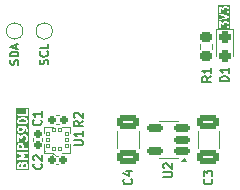
<source format=gbr>
%TF.GenerationSoftware,KiCad,Pcbnew,9.0.0*%
%TF.CreationDate,2025-05-22T16:19:39+04:00*%
%TF.ProjectId,02_04_sensor_barometer_BMP390L,30325f30-345f-4736-956e-736f725f6261,rev?*%
%TF.SameCoordinates,Original*%
%TF.FileFunction,Legend,Top*%
%TF.FilePolarity,Positive*%
%FSLAX46Y46*%
G04 Gerber Fmt 4.6, Leading zero omitted, Abs format (unit mm)*
G04 Created by KiCad (PCBNEW 9.0.0) date 2025-05-22 16:19:39*
%MOMM*%
%LPD*%
G01*
G04 APERTURE LIST*
G04 Aperture macros list*
%AMRoundRect*
0 Rectangle with rounded corners*
0 $1 Rounding radius*
0 $2 $3 $4 $5 $6 $7 $8 $9 X,Y pos of 4 corners*
0 Add a 4 corners polygon primitive as box body*
4,1,4,$2,$3,$4,$5,$6,$7,$8,$9,$2,$3,0*
0 Add four circle primitives for the rounded corners*
1,1,$1+$1,$2,$3*
1,1,$1+$1,$4,$5*
1,1,$1+$1,$6,$7*
1,1,$1+$1,$8,$9*
0 Add four rect primitives between the rounded corners*
20,1,$1+$1,$2,$3,$4,$5,0*
20,1,$1+$1,$4,$5,$6,$7,0*
20,1,$1+$1,$6,$7,$8,$9,0*
20,1,$1+$1,$8,$9,$2,$3,0*%
G04 Aperture macros list end*
%ADD10C,0.150000*%
%ADD11C,0.175000*%
%ADD12C,0.120000*%
%ADD13C,0.100000*%
%ADD14C,0.059995*%
%ADD15C,0.000000*%
%ADD16RoundRect,0.101600X0.175000X0.725000X-0.175000X0.725000X-0.175000X-0.725000X0.175000X-0.725000X0*%
%ADD17C,0.657200*%
%ADD18C,1.100000*%
%ADD19RoundRect,0.165000X0.195000X-0.165000X0.195000X0.165000X-0.195000X0.165000X-0.195000X-0.165000X0*%
%ADD20RoundRect,0.225000X-0.300000X0.225000X-0.300000X-0.225000X0.300000X-0.225000X0.300000X0.225000X0*%
%ADD21RoundRect,0.165000X-0.165000X-0.195000X0.165000X-0.195000X0.165000X0.195000X-0.165000X0.195000X0*%
%ADD22RoundRect,0.160000X0.160000X0.210000X-0.160000X0.210000X-0.160000X-0.210000X0.160000X-0.210000X0*%
%ADD23RoundRect,0.271739X0.678261X-0.353261X0.678261X0.353261X-0.678261X0.353261X-0.678261X-0.353261X0*%
%ADD24RoundRect,0.050000X0.150000X0.150000X-0.150000X0.150000X-0.150000X-0.150000X0.150000X-0.150000X0*%
%ADD25RoundRect,0.175000X0.537500X0.175000X-0.537500X0.175000X-0.537500X-0.175000X0.537500X-0.175000X0*%
%ADD26RoundRect,0.243750X-0.281250X0.243750X-0.281250X-0.243750X0.281250X-0.243750X0.281250X0.243750X0*%
G04 APERTURE END LIST*
D10*
G36*
X158248811Y-94418004D02*
G01*
X157243255Y-94418004D01*
X157243255Y-93833333D01*
X157321033Y-93833333D01*
X157321033Y-94266667D01*
X157322474Y-94281299D01*
X157333673Y-94308335D01*
X157354365Y-94329027D01*
X157381401Y-94340226D01*
X157410665Y-94340226D01*
X157437701Y-94329027D01*
X157458393Y-94308335D01*
X157469592Y-94281299D01*
X157471033Y-94266667D01*
X157471033Y-93998615D01*
X157613312Y-94123110D01*
X157619636Y-94127631D01*
X157621032Y-94129027D01*
X157622355Y-94129575D01*
X157625273Y-94131661D01*
X157636810Y-94135562D01*
X157648068Y-94140226D01*
X157650599Y-94140226D01*
X157652994Y-94141036D01*
X157665147Y-94140226D01*
X157677332Y-94140226D01*
X157679668Y-94139258D01*
X157682192Y-94139090D01*
X157693117Y-94133687D01*
X157704368Y-94129027D01*
X157706154Y-94127240D01*
X157708424Y-94126118D01*
X157716449Y-94116945D01*
X157725060Y-94108335D01*
X157726028Y-94105998D01*
X157727694Y-94104094D01*
X157731595Y-94092556D01*
X157736259Y-94081299D01*
X157736610Y-94077728D01*
X157737069Y-94076373D01*
X157736937Y-94074405D01*
X157737700Y-94066667D01*
X157737700Y-93984371D01*
X157757671Y-93944427D01*
X157773793Y-93928305D01*
X157813738Y-93908333D01*
X157944994Y-93908333D01*
X157984940Y-93928306D01*
X158001061Y-93944427D01*
X158021033Y-93984371D01*
X158021033Y-94148962D01*
X158001061Y-94188906D01*
X157976333Y-94213634D01*
X157967006Y-94224999D01*
X157955807Y-94252036D01*
X157955807Y-94281298D01*
X157967006Y-94308335D01*
X157987698Y-94329027D01*
X158014735Y-94340226D01*
X158043997Y-94340226D01*
X158071034Y-94329027D01*
X158082399Y-94319700D01*
X158115733Y-94286366D01*
X158120451Y-94280616D01*
X158121950Y-94279317D01*
X158123371Y-94277057D01*
X158125060Y-94275001D01*
X158125817Y-94273173D01*
X158129782Y-94266874D01*
X158163115Y-94200208D01*
X158168370Y-94186476D01*
X158168560Y-94183788D01*
X158169592Y-94181299D01*
X158171033Y-94166667D01*
X158171033Y-93966667D01*
X158169592Y-93952035D01*
X158168560Y-93949545D01*
X158168370Y-93946858D01*
X158163115Y-93933127D01*
X158129782Y-93866459D01*
X158125817Y-93860161D01*
X158125060Y-93858332D01*
X158123369Y-93856272D01*
X158121950Y-93854017D01*
X158120453Y-93852719D01*
X158115732Y-93846966D01*
X158082398Y-93813633D01*
X158076646Y-93808912D01*
X158075350Y-93807418D01*
X158073095Y-93805998D01*
X158071033Y-93804306D01*
X158069202Y-93803548D01*
X158062908Y-93799585D01*
X157996242Y-93766251D01*
X157982510Y-93760996D01*
X157979820Y-93760804D01*
X157977332Y-93759774D01*
X157962700Y-93758333D01*
X157796033Y-93758333D01*
X157781401Y-93759774D01*
X157778912Y-93760804D01*
X157776223Y-93760996D01*
X157762491Y-93766251D01*
X157695825Y-93799585D01*
X157689528Y-93803548D01*
X157687698Y-93804307D01*
X157685636Y-93805998D01*
X157683382Y-93807418D01*
X157682085Y-93808913D01*
X157676333Y-93813634D01*
X157643000Y-93846967D01*
X157638281Y-93852716D01*
X157636783Y-93854016D01*
X157635361Y-93856275D01*
X157633673Y-93858332D01*
X157632915Y-93860159D01*
X157628951Y-93866459D01*
X157604248Y-93915864D01*
X157445421Y-93776890D01*
X157439096Y-93772368D01*
X157437701Y-93770973D01*
X157436377Y-93770424D01*
X157433460Y-93768339D01*
X157421922Y-93764437D01*
X157410665Y-93759774D01*
X157408134Y-93759774D01*
X157405739Y-93758964D01*
X157393586Y-93759774D01*
X157381401Y-93759774D01*
X157379064Y-93760741D01*
X157376541Y-93760910D01*
X157365615Y-93766312D01*
X157354365Y-93770973D01*
X157352578Y-93772759D01*
X157350309Y-93773882D01*
X157342283Y-93783054D01*
X157333673Y-93791665D01*
X157332704Y-93794001D01*
X157331039Y-93795906D01*
X157327137Y-93807443D01*
X157322474Y-93818701D01*
X157322122Y-93822271D01*
X157321664Y-93823627D01*
X157321795Y-93825594D01*
X157321033Y-93833333D01*
X157243255Y-93833333D01*
X157243255Y-93157286D01*
X157321622Y-93157286D01*
X157323697Y-93186476D01*
X157336783Y-93212649D01*
X157358890Y-93231823D01*
X157372316Y-93237817D01*
X157858863Y-93399999D01*
X157372316Y-93562182D01*
X157358890Y-93568176D01*
X157336783Y-93587350D01*
X157323697Y-93613523D01*
X157321622Y-93642713D01*
X157330876Y-93670476D01*
X157350050Y-93692583D01*
X157376223Y-93705669D01*
X157405413Y-93707744D01*
X157419750Y-93704484D01*
X158119750Y-93471151D01*
X158133176Y-93465157D01*
X158137224Y-93461645D01*
X158142016Y-93459250D01*
X158148178Y-93452145D01*
X158155283Y-93445983D01*
X158157679Y-93441190D01*
X158161190Y-93437143D01*
X158164163Y-93428223D01*
X158168370Y-93419810D01*
X158168750Y-93414461D01*
X158170444Y-93409380D01*
X158169777Y-93400007D01*
X158170445Y-93390620D01*
X158168748Y-93385531D01*
X158168369Y-93380190D01*
X158164165Y-93371782D01*
X158161190Y-93362857D01*
X158157678Y-93358808D01*
X158155283Y-93354017D01*
X158148180Y-93347857D01*
X158142017Y-93340750D01*
X158137222Y-93338352D01*
X158133176Y-93334843D01*
X158119750Y-93328849D01*
X157419750Y-93095515D01*
X157405413Y-93092255D01*
X157376223Y-93094330D01*
X157350050Y-93107416D01*
X157330876Y-93129523D01*
X157321622Y-93157286D01*
X157243255Y-93157286D01*
X157243255Y-92566666D01*
X157321033Y-92566666D01*
X157321033Y-93000000D01*
X157322474Y-93014632D01*
X157333673Y-93041668D01*
X157354365Y-93062360D01*
X157381401Y-93073559D01*
X157410665Y-93073559D01*
X157437701Y-93062360D01*
X157458393Y-93041668D01*
X157469592Y-93014632D01*
X157471033Y-93000000D01*
X157471033Y-92731948D01*
X157613312Y-92856443D01*
X157619636Y-92860964D01*
X157621032Y-92862360D01*
X157622355Y-92862908D01*
X157625273Y-92864994D01*
X157636810Y-92868895D01*
X157648068Y-92873559D01*
X157650599Y-92873559D01*
X157652994Y-92874369D01*
X157665147Y-92873559D01*
X157677332Y-92873559D01*
X157679668Y-92872591D01*
X157682192Y-92872423D01*
X157693117Y-92867020D01*
X157704368Y-92862360D01*
X157706154Y-92860573D01*
X157708424Y-92859451D01*
X157716449Y-92850278D01*
X157725060Y-92841668D01*
X157726028Y-92839331D01*
X157727694Y-92837427D01*
X157731595Y-92825889D01*
X157736259Y-92814632D01*
X157736610Y-92811061D01*
X157737069Y-92809706D01*
X157736937Y-92807738D01*
X157737700Y-92800000D01*
X157737700Y-92717704D01*
X157757671Y-92677760D01*
X157773793Y-92661638D01*
X157813738Y-92641666D01*
X157944994Y-92641666D01*
X157984940Y-92661639D01*
X158001061Y-92677760D01*
X158021033Y-92717704D01*
X158021033Y-92882295D01*
X158001061Y-92922239D01*
X157976333Y-92946967D01*
X157967006Y-92958332D01*
X157955807Y-92985369D01*
X157955807Y-93014631D01*
X157967006Y-93041668D01*
X157987698Y-93062360D01*
X158014735Y-93073559D01*
X158043997Y-93073559D01*
X158071034Y-93062360D01*
X158082399Y-93053033D01*
X158115733Y-93019699D01*
X158120451Y-93013949D01*
X158121950Y-93012650D01*
X158123371Y-93010390D01*
X158125060Y-93008334D01*
X158125817Y-93006506D01*
X158129782Y-93000207D01*
X158163115Y-92933541D01*
X158168370Y-92919809D01*
X158168560Y-92917121D01*
X158169592Y-92914632D01*
X158171033Y-92900000D01*
X158171033Y-92700000D01*
X158169592Y-92685368D01*
X158168560Y-92682878D01*
X158168370Y-92680191D01*
X158163115Y-92666460D01*
X158129782Y-92599792D01*
X158125817Y-92593494D01*
X158125060Y-92591665D01*
X158123369Y-92589605D01*
X158121950Y-92587350D01*
X158120453Y-92586052D01*
X158115732Y-92580299D01*
X158082398Y-92546966D01*
X158076646Y-92542245D01*
X158075350Y-92540751D01*
X158073095Y-92539331D01*
X158071033Y-92537639D01*
X158069202Y-92536881D01*
X158062908Y-92532918D01*
X157996242Y-92499584D01*
X157982510Y-92494329D01*
X157979820Y-92494137D01*
X157977332Y-92493107D01*
X157962700Y-92491666D01*
X157796033Y-92491666D01*
X157781401Y-92493107D01*
X157778912Y-92494137D01*
X157776223Y-92494329D01*
X157762491Y-92499584D01*
X157695825Y-92532918D01*
X157689528Y-92536881D01*
X157687698Y-92537640D01*
X157685636Y-92539331D01*
X157683382Y-92540751D01*
X157682085Y-92542246D01*
X157676333Y-92546967D01*
X157643000Y-92580300D01*
X157638281Y-92586049D01*
X157636783Y-92587349D01*
X157635361Y-92589608D01*
X157633673Y-92591665D01*
X157632915Y-92593492D01*
X157628951Y-92599792D01*
X157604248Y-92649197D01*
X157445421Y-92510223D01*
X157439096Y-92505701D01*
X157437701Y-92504306D01*
X157436377Y-92503757D01*
X157433460Y-92501672D01*
X157421922Y-92497770D01*
X157410665Y-92493107D01*
X157408134Y-92493107D01*
X157405739Y-92492297D01*
X157393586Y-92493107D01*
X157381401Y-92493107D01*
X157379064Y-92494074D01*
X157376541Y-92494243D01*
X157365615Y-92499645D01*
X157354365Y-92504306D01*
X157352578Y-92506092D01*
X157350309Y-92507215D01*
X157342283Y-92516387D01*
X157333673Y-92524998D01*
X157332704Y-92527334D01*
X157331039Y-92529239D01*
X157327137Y-92540776D01*
X157322474Y-92552034D01*
X157322122Y-92555604D01*
X157321664Y-92556960D01*
X157321795Y-92558927D01*
X157321033Y-92566666D01*
X157243255Y-92566666D01*
X157243255Y-92413888D01*
X158248811Y-92413888D01*
X158248811Y-94418004D01*
G37*
D11*
G36*
X140521744Y-105889767D02*
G01*
X140537380Y-105905403D01*
X140557507Y-105945656D01*
X140557507Y-106087500D01*
X140375364Y-106087500D01*
X140375364Y-105945655D01*
X140395489Y-105905404D01*
X140411123Y-105889769D01*
X140451378Y-105869643D01*
X140481495Y-105869643D01*
X140521744Y-105889767D01*
G37*
G36*
X140914602Y-105854054D02*
G01*
X140930237Y-105869688D01*
X140950364Y-105909942D01*
X140950364Y-106087500D01*
X140732507Y-106087500D01*
X140732507Y-105939199D01*
X140757198Y-105865123D01*
X140768265Y-105854056D01*
X140808521Y-105833929D01*
X140874352Y-105833929D01*
X140914602Y-105854054D01*
G37*
G36*
X140557459Y-104246911D02*
G01*
X140573094Y-104262545D01*
X140593221Y-104302799D01*
X140593221Y-104480357D01*
X140375364Y-104480357D01*
X140375364Y-104302799D01*
X140395491Y-104262544D01*
X140411122Y-104246913D01*
X140451378Y-104226786D01*
X140517209Y-104226786D01*
X140557459Y-104246911D01*
G37*
G36*
X140628889Y-102818340D02*
G01*
X140644523Y-102833974D01*
X140664650Y-102874227D01*
X140664650Y-102975772D01*
X140644523Y-103016024D01*
X140628890Y-103031657D01*
X140588635Y-103051785D01*
X140451378Y-103051785D01*
X140411122Y-103031657D01*
X140395491Y-103016026D01*
X140375364Y-102975771D01*
X140375364Y-102874226D01*
X140395489Y-102833975D01*
X140411123Y-102818340D01*
X140451378Y-102798214D01*
X140588635Y-102798214D01*
X140628889Y-102818340D01*
G37*
G36*
X140864467Y-102114700D02*
G01*
X140914603Y-102139768D01*
X140930239Y-102155404D01*
X140950364Y-102195654D01*
X140950364Y-102225771D01*
X140930237Y-102266025D01*
X140914602Y-102281659D01*
X140864470Y-102306725D01*
X140741376Y-102337499D01*
X140584348Y-102337499D01*
X140461260Y-102306726D01*
X140411122Y-102281657D01*
X140395491Y-102266026D01*
X140375364Y-102225771D01*
X140375364Y-102195654D01*
X140395489Y-102155404D01*
X140411124Y-102139768D01*
X140461257Y-102114701D01*
X140584348Y-102083928D01*
X140741376Y-102083928D01*
X140864467Y-102114700D01*
G37*
G36*
X141212864Y-106350000D02*
G01*
X140112864Y-106350000D01*
X140112864Y-105925000D01*
X140200364Y-105925000D01*
X140200364Y-106175000D01*
X140202045Y-106192070D01*
X140215110Y-106223612D01*
X140239252Y-106247754D01*
X140270794Y-106260819D01*
X140287864Y-106262500D01*
X141037864Y-106262500D01*
X141054934Y-106260819D01*
X141086476Y-106247754D01*
X141110618Y-106223612D01*
X141123683Y-106192070D01*
X141125364Y-106175000D01*
X141125364Y-105889286D01*
X141123683Y-105872216D01*
X141122479Y-105869311D01*
X141122257Y-105866175D01*
X141116127Y-105850155D01*
X141080413Y-105778726D01*
X141075787Y-105771378D01*
X141074903Y-105769243D01*
X141072930Y-105766839D01*
X141071275Y-105764210D01*
X141069530Y-105762696D01*
X141064021Y-105755984D01*
X141028306Y-105720270D01*
X141021595Y-105714763D01*
X141020082Y-105713018D01*
X141017451Y-105711362D01*
X141015047Y-105709389D01*
X141012910Y-105708504D01*
X141005566Y-105703881D01*
X140934138Y-105668167D01*
X140918119Y-105662036D01*
X140914981Y-105661813D01*
X140912077Y-105660610D01*
X140895007Y-105658929D01*
X140787864Y-105658929D01*
X140770794Y-105660610D01*
X140767889Y-105661813D01*
X140764753Y-105662036D01*
X140748733Y-105668166D01*
X140677304Y-105703880D01*
X140669954Y-105708506D01*
X140667822Y-105709390D01*
X140665420Y-105711360D01*
X140662788Y-105713018D01*
X140661273Y-105714763D01*
X140654563Y-105720271D01*
X140626535Y-105748298D01*
X140624596Y-105747077D01*
X140622192Y-105745104D01*
X140620054Y-105744218D01*
X140612709Y-105739595D01*
X140541281Y-105703881D01*
X140525262Y-105697750D01*
X140522124Y-105697527D01*
X140519220Y-105696324D01*
X140502150Y-105694643D01*
X140430721Y-105694643D01*
X140413651Y-105696324D01*
X140410746Y-105697527D01*
X140407610Y-105697750D01*
X140391590Y-105703880D01*
X140320161Y-105739594D01*
X140312813Y-105744219D01*
X140310678Y-105745104D01*
X140308274Y-105747076D01*
X140305645Y-105748732D01*
X140304131Y-105750476D01*
X140297419Y-105755986D01*
X140261705Y-105791701D01*
X140256198Y-105798411D01*
X140254453Y-105799925D01*
X140252797Y-105802555D01*
X140250824Y-105804960D01*
X140249939Y-105807096D01*
X140245316Y-105814441D01*
X140209602Y-105885869D01*
X140203471Y-105901888D01*
X140203248Y-105905025D01*
X140202045Y-105907930D01*
X140200364Y-105925000D01*
X140112864Y-105925000D01*
X140112864Y-104938285D01*
X140201378Y-104938285D01*
X140202045Y-104940119D01*
X140202045Y-104942070D01*
X140207856Y-104956100D01*
X140213046Y-104970371D01*
X140214363Y-104971809D01*
X140215110Y-104973612D01*
X140225847Y-104984349D01*
X140236104Y-104995549D01*
X140238417Y-104996919D01*
X140239252Y-104997754D01*
X140241162Y-104998545D01*
X140250862Y-105004291D01*
X140616666Y-105175000D01*
X140250862Y-105345709D01*
X140241162Y-105351454D01*
X140239252Y-105352246D01*
X140238417Y-105353080D01*
X140236104Y-105354451D01*
X140225847Y-105365650D01*
X140215110Y-105376388D01*
X140214363Y-105378190D01*
X140213046Y-105379629D01*
X140207856Y-105393899D01*
X140202045Y-105407930D01*
X140202045Y-105409880D01*
X140201378Y-105411715D01*
X140202045Y-105426881D01*
X140202045Y-105442070D01*
X140202792Y-105443874D01*
X140202878Y-105445823D01*
X140209297Y-105459579D01*
X140215110Y-105473612D01*
X140216489Y-105474991D01*
X140217315Y-105476760D01*
X140228514Y-105487016D01*
X140239252Y-105497754D01*
X140241054Y-105498500D01*
X140242493Y-105499818D01*
X140256763Y-105505007D01*
X140270794Y-105510819D01*
X140273469Y-105511082D01*
X140274579Y-105511486D01*
X140276644Y-105511395D01*
X140287864Y-105512500D01*
X141037864Y-105512500D01*
X141054934Y-105510819D01*
X141086476Y-105497754D01*
X141110618Y-105473612D01*
X141123683Y-105442070D01*
X141123683Y-105407930D01*
X141110618Y-105376388D01*
X141086476Y-105352246D01*
X141054934Y-105339181D01*
X141037864Y-105337500D01*
X140682275Y-105337500D01*
X140860580Y-105254291D01*
X140866830Y-105250588D01*
X140868949Y-105249818D01*
X140870446Y-105248446D01*
X140875338Y-105245549D01*
X140884319Y-105235741D01*
X140894127Y-105226760D01*
X140895770Y-105223237D01*
X140898396Y-105220371D01*
X140902939Y-105207875D01*
X140908564Y-105195823D01*
X140908734Y-105191937D01*
X140910063Y-105188285D01*
X140909479Y-105175000D01*
X140910063Y-105161715D01*
X140908734Y-105158062D01*
X140908564Y-105154177D01*
X140902939Y-105142124D01*
X140898396Y-105129629D01*
X140895770Y-105126762D01*
X140894127Y-105123240D01*
X140884319Y-105114258D01*
X140875338Y-105104451D01*
X140870446Y-105101553D01*
X140868949Y-105100182D01*
X140866830Y-105099411D01*
X140860580Y-105095709D01*
X140682275Y-105012500D01*
X141037864Y-105012500D01*
X141054934Y-105010819D01*
X141086476Y-104997754D01*
X141110618Y-104973612D01*
X141123683Y-104942070D01*
X141123683Y-104907930D01*
X141110618Y-104876388D01*
X141086476Y-104852246D01*
X141054934Y-104839181D01*
X141037864Y-104837500D01*
X140287864Y-104837500D01*
X140276644Y-104838604D01*
X140274579Y-104838514D01*
X140273469Y-104838917D01*
X140270794Y-104839181D01*
X140256763Y-104844992D01*
X140242493Y-104850182D01*
X140241054Y-104851499D01*
X140239252Y-104852246D01*
X140228514Y-104862983D01*
X140217315Y-104873240D01*
X140216489Y-104875008D01*
X140215110Y-104876388D01*
X140209297Y-104890420D01*
X140202878Y-104904177D01*
X140202792Y-104906125D01*
X140202045Y-104907930D01*
X140202045Y-104923118D01*
X140201378Y-104938285D01*
X140112864Y-104938285D01*
X140112864Y-104282143D01*
X140200364Y-104282143D01*
X140200364Y-104567857D01*
X140202045Y-104584927D01*
X140215110Y-104616469D01*
X140239252Y-104640611D01*
X140270794Y-104653676D01*
X140287864Y-104655357D01*
X141037864Y-104655357D01*
X141054934Y-104653676D01*
X141086476Y-104640611D01*
X141110618Y-104616469D01*
X141123683Y-104584927D01*
X141123683Y-104550787D01*
X141110618Y-104519245D01*
X141086476Y-104495103D01*
X141054934Y-104482038D01*
X141037864Y-104480357D01*
X140768221Y-104480357D01*
X140768221Y-104282143D01*
X140766540Y-104265073D01*
X140765336Y-104262168D01*
X140765114Y-104259032D01*
X140758984Y-104243012D01*
X140723270Y-104171583D01*
X140718644Y-104164235D01*
X140717760Y-104162100D01*
X140715787Y-104159696D01*
X140714132Y-104157067D01*
X140712387Y-104155553D01*
X140706878Y-104148841D01*
X140671163Y-104113127D01*
X140664452Y-104107620D01*
X140662939Y-104105875D01*
X140660308Y-104104219D01*
X140657904Y-104102246D01*
X140655767Y-104101361D01*
X140648423Y-104096738D01*
X140576995Y-104061024D01*
X140560976Y-104054893D01*
X140557838Y-104054670D01*
X140554934Y-104053467D01*
X140537864Y-104051786D01*
X140430721Y-104051786D01*
X140413651Y-104053467D01*
X140410746Y-104054670D01*
X140407610Y-104054893D01*
X140391590Y-104061023D01*
X140320161Y-104096737D01*
X140312811Y-104101363D01*
X140310679Y-104102247D01*
X140308277Y-104104217D01*
X140305645Y-104105875D01*
X140304130Y-104107620D01*
X140297420Y-104113128D01*
X140261706Y-104148842D01*
X140256196Y-104155554D01*
X140254453Y-104157067D01*
X140252798Y-104159695D01*
X140250824Y-104162101D01*
X140249938Y-104164237D01*
X140245315Y-104171583D01*
X140209601Y-104243012D01*
X140203471Y-104259032D01*
X140203248Y-104262168D01*
X140202045Y-104265073D01*
X140200364Y-104282143D01*
X140112864Y-104282143D01*
X140112864Y-103425000D01*
X140200364Y-103425000D01*
X140200364Y-103889286D01*
X140202045Y-103906356D01*
X140215110Y-103937898D01*
X140239252Y-103962040D01*
X140270794Y-103975105D01*
X140304934Y-103975105D01*
X140336476Y-103962040D01*
X140360618Y-103937898D01*
X140373683Y-103906356D01*
X140375364Y-103889286D01*
X140375364Y-103617829D01*
X140515959Y-103740851D01*
X140523338Y-103746126D01*
X140524966Y-103747754D01*
X140526508Y-103748393D01*
X140529912Y-103750826D01*
X140543376Y-103755379D01*
X140556508Y-103760819D01*
X140559459Y-103760819D01*
X140562253Y-103761764D01*
X140576429Y-103760819D01*
X140590648Y-103760819D01*
X140593375Y-103759689D01*
X140596320Y-103759493D01*
X140609061Y-103753191D01*
X140622190Y-103747754D01*
X140624275Y-103745668D01*
X140626923Y-103744359D01*
X140636287Y-103733656D01*
X140646332Y-103723612D01*
X140647460Y-103720886D01*
X140649404Y-103718666D01*
X140653957Y-103705201D01*
X140659397Y-103692070D01*
X140659806Y-103687906D01*
X140660342Y-103686325D01*
X140660188Y-103684028D01*
X140661078Y-103675000D01*
X140661078Y-103588512D01*
X140681203Y-103548262D01*
X140696840Y-103532625D01*
X140737090Y-103512500D01*
X140874352Y-103512500D01*
X140914602Y-103532625D01*
X140930239Y-103548262D01*
X140950364Y-103588512D01*
X140950364Y-103761488D01*
X140930239Y-103801738D01*
X140904563Y-103827414D01*
X140893681Y-103840673D01*
X140880616Y-103872215D01*
X140880616Y-103906357D01*
X140893681Y-103937899D01*
X140917822Y-103962040D01*
X140949364Y-103975105D01*
X140983506Y-103975105D01*
X141015048Y-103962040D01*
X141028307Y-103951158D01*
X141064022Y-103915443D01*
X141069531Y-103908730D01*
X141071275Y-103907218D01*
X141072928Y-103904590D01*
X141074904Y-103902184D01*
X141075789Y-103900045D01*
X141080412Y-103892702D01*
X141116126Y-103821274D01*
X141122257Y-103805254D01*
X141122479Y-103802117D01*
X141123683Y-103799213D01*
X141125364Y-103782143D01*
X141125364Y-103567857D01*
X141123683Y-103550787D01*
X141122479Y-103547882D01*
X141122257Y-103544746D01*
X141116126Y-103528726D01*
X141080412Y-103457298D01*
X141075789Y-103449954D01*
X141074904Y-103447816D01*
X141072928Y-103445409D01*
X141071275Y-103442782D01*
X141069531Y-103441269D01*
X141064022Y-103434557D01*
X141028307Y-103398842D01*
X141021594Y-103393332D01*
X141020082Y-103391589D01*
X141017454Y-103389935D01*
X141015048Y-103387960D01*
X141012909Y-103387074D01*
X141005566Y-103382452D01*
X140934138Y-103346738D01*
X140918119Y-103340607D01*
X140914981Y-103340384D01*
X140912077Y-103339181D01*
X140895007Y-103337500D01*
X140716435Y-103337500D01*
X140699365Y-103339181D01*
X140696460Y-103340384D01*
X140693324Y-103340607D01*
X140677304Y-103346738D01*
X140605876Y-103382452D01*
X140598532Y-103387074D01*
X140596394Y-103387960D01*
X140593987Y-103389935D01*
X140591360Y-103391589D01*
X140589847Y-103393332D01*
X140583135Y-103398842D01*
X140547420Y-103434557D01*
X140541910Y-103441269D01*
X140540167Y-103442782D01*
X140538513Y-103445409D01*
X140536538Y-103447816D01*
X140535652Y-103449954D01*
X140531030Y-103457298D01*
X140508697Y-103501962D01*
X140345483Y-103359150D01*
X140338104Y-103353874D01*
X140336476Y-103352246D01*
X140334932Y-103351606D01*
X140331530Y-103349174D01*
X140318065Y-103344620D01*
X140304934Y-103339181D01*
X140301983Y-103339181D01*
X140299189Y-103338236D01*
X140285013Y-103339181D01*
X140270794Y-103339181D01*
X140268066Y-103340310D01*
X140265122Y-103340507D01*
X140252380Y-103346808D01*
X140239252Y-103352246D01*
X140237166Y-103354331D01*
X140234519Y-103355641D01*
X140225154Y-103366343D01*
X140215110Y-103376388D01*
X140213981Y-103379113D01*
X140212038Y-103381334D01*
X140207484Y-103394798D01*
X140202045Y-103407930D01*
X140201635Y-103412093D01*
X140201100Y-103413675D01*
X140201253Y-103415971D01*
X140200364Y-103425000D01*
X140112864Y-103425000D01*
X140112864Y-102853571D01*
X140200364Y-102853571D01*
X140200364Y-102996428D01*
X140202045Y-103013498D01*
X140203248Y-103016402D01*
X140203471Y-103019539D01*
X140209601Y-103035559D01*
X140245315Y-103106988D01*
X140249938Y-103114333D01*
X140250824Y-103116470D01*
X140252798Y-103118875D01*
X140254453Y-103121504D01*
X140256196Y-103123016D01*
X140261706Y-103129729D01*
X140297420Y-103165443D01*
X140304130Y-103170950D01*
X140305645Y-103172696D01*
X140308277Y-103174353D01*
X140310679Y-103176324D01*
X140312811Y-103177207D01*
X140320161Y-103181834D01*
X140391590Y-103217548D01*
X140407610Y-103223678D01*
X140410746Y-103223900D01*
X140413651Y-103225104D01*
X140430721Y-103226785D01*
X140609292Y-103226785D01*
X140626362Y-103225104D01*
X140629266Y-103223900D01*
X140632403Y-103223678D01*
X140648423Y-103217548D01*
X140719852Y-103181834D01*
X140727197Y-103177210D01*
X140729334Y-103176325D01*
X140731739Y-103174350D01*
X140734368Y-103172696D01*
X140735880Y-103170952D01*
X140742593Y-103165443D01*
X140778307Y-103129729D01*
X140783811Y-103123021D01*
X140785560Y-103121505D01*
X140787219Y-103118869D01*
X140789188Y-103116470D01*
X140790071Y-103114338D01*
X140794697Y-103106989D01*
X140830412Y-103035560D01*
X140836543Y-103019540D01*
X140836765Y-103016402D01*
X140837969Y-103013498D01*
X140839650Y-102996428D01*
X140839650Y-102853571D01*
X140838061Y-102837435D01*
X140910687Y-102885853D01*
X140930237Y-102905402D01*
X140950364Y-102945656D01*
X140950364Y-103067857D01*
X140952045Y-103084927D01*
X140965110Y-103116469D01*
X140989252Y-103140611D01*
X141020794Y-103153676D01*
X141054934Y-103153676D01*
X141086476Y-103140611D01*
X141110618Y-103116469D01*
X141123683Y-103084927D01*
X141125364Y-103067857D01*
X141125364Y-102925000D01*
X141123683Y-102907930D01*
X141122479Y-102905025D01*
X141122257Y-102901889D01*
X141116127Y-102885869D01*
X141080413Y-102814440D01*
X141075787Y-102807092D01*
X141074903Y-102804957D01*
X141072930Y-102802553D01*
X141071275Y-102799924D01*
X141069530Y-102798410D01*
X141064021Y-102791698D01*
X141028306Y-102755984D01*
X141028259Y-102755945D01*
X141028242Y-102755920D01*
X141021845Y-102750682D01*
X141015047Y-102745103D01*
X141015016Y-102745090D01*
X141014971Y-102745053D01*
X140907828Y-102673624D01*
X140898409Y-102668601D01*
X140896667Y-102667311D01*
X140894610Y-102666576D01*
X140892693Y-102665554D01*
X140890575Y-102665135D01*
X140880514Y-102661541D01*
X140737657Y-102625826D01*
X140734695Y-102625388D01*
X140733505Y-102624895D01*
X140727085Y-102624262D01*
X140720689Y-102623317D01*
X140719411Y-102623507D01*
X140716435Y-102623214D01*
X140430721Y-102623214D01*
X140413651Y-102624895D01*
X140410746Y-102626098D01*
X140407610Y-102626321D01*
X140391590Y-102632451D01*
X140320161Y-102668165D01*
X140312813Y-102672790D01*
X140310678Y-102673675D01*
X140308274Y-102675647D01*
X140305645Y-102677303D01*
X140304131Y-102679047D01*
X140297419Y-102684557D01*
X140261705Y-102720272D01*
X140256198Y-102726982D01*
X140254453Y-102728496D01*
X140252797Y-102731126D01*
X140250824Y-102733531D01*
X140249939Y-102735667D01*
X140245316Y-102743012D01*
X140209602Y-102814440D01*
X140203471Y-102830459D01*
X140203248Y-102833596D01*
X140202045Y-102836501D01*
X140200364Y-102853571D01*
X140112864Y-102853571D01*
X140112864Y-102174999D01*
X140200364Y-102174999D01*
X140200364Y-102246428D01*
X140202045Y-102263498D01*
X140203248Y-102266402D01*
X140203471Y-102269539D01*
X140209601Y-102285559D01*
X140245315Y-102356988D01*
X140249938Y-102364333D01*
X140250824Y-102366470D01*
X140252798Y-102368875D01*
X140254453Y-102371504D01*
X140256196Y-102373016D01*
X140261706Y-102379729D01*
X140297420Y-102415443D01*
X140304130Y-102420950D01*
X140305645Y-102422696D01*
X140308277Y-102424353D01*
X140310679Y-102426324D01*
X140312811Y-102427207D01*
X140320161Y-102431834D01*
X140391590Y-102467548D01*
X140392839Y-102468026D01*
X140393347Y-102468402D01*
X140400513Y-102470962D01*
X140407610Y-102473678D01*
X140408238Y-102473722D01*
X140409499Y-102474173D01*
X140552357Y-102509887D01*
X140555317Y-102510324D01*
X140556508Y-102510818D01*
X140562930Y-102511450D01*
X140569325Y-102512396D01*
X140570602Y-102512205D01*
X140573578Y-102512499D01*
X140752150Y-102512499D01*
X140755126Y-102512205D01*
X140756404Y-102512396D01*
X140762800Y-102511450D01*
X140769220Y-102510818D01*
X140770410Y-102510324D01*
X140773372Y-102509887D01*
X140916229Y-102474172D01*
X140917486Y-102473722D01*
X140918119Y-102473678D01*
X140925215Y-102470962D01*
X140932382Y-102468402D01*
X140932892Y-102468023D01*
X140934138Y-102467547D01*
X141005566Y-102431833D01*
X141012910Y-102427209D01*
X141015047Y-102426325D01*
X141017451Y-102424351D01*
X141020082Y-102422696D01*
X141021595Y-102420950D01*
X141028306Y-102415444D01*
X141064021Y-102379730D01*
X141069530Y-102373017D01*
X141071275Y-102371504D01*
X141072930Y-102368874D01*
X141074903Y-102366471D01*
X141075787Y-102364335D01*
X141080413Y-102356988D01*
X141116127Y-102285559D01*
X141122257Y-102269539D01*
X141122479Y-102266402D01*
X141123683Y-102263498D01*
X141125364Y-102246428D01*
X141125364Y-102174999D01*
X141123683Y-102157929D01*
X141122479Y-102155024D01*
X141122257Y-102151888D01*
X141116126Y-102135868D01*
X141080412Y-102064440D01*
X141075788Y-102057094D01*
X141074903Y-102054957D01*
X141072929Y-102052552D01*
X141071275Y-102049924D01*
X141069530Y-102048411D01*
X141064021Y-102041698D01*
X141028306Y-102005984D01*
X141021595Y-102000477D01*
X141020083Y-101998733D01*
X141017452Y-101997077D01*
X141015047Y-101995103D01*
X141012911Y-101994218D01*
X141005567Y-101989595D01*
X140934139Y-101953880D01*
X140932891Y-101953402D01*
X140932382Y-101953025D01*
X140925221Y-101950467D01*
X140918119Y-101947749D01*
X140917486Y-101947704D01*
X140916229Y-101947255D01*
X140773372Y-101911540D01*
X140770410Y-101911102D01*
X140769220Y-101910609D01*
X140762800Y-101909976D01*
X140756404Y-101909031D01*
X140755126Y-101909221D01*
X140752150Y-101908928D01*
X140573578Y-101908928D01*
X140570602Y-101909221D01*
X140569325Y-101909031D01*
X140562930Y-101909976D01*
X140556508Y-101910609D01*
X140555317Y-101911102D01*
X140552357Y-101911540D01*
X140409499Y-101947254D01*
X140408238Y-101947704D01*
X140407609Y-101947749D01*
X140400515Y-101950463D01*
X140393347Y-101953025D01*
X140392838Y-101953401D01*
X140391589Y-101953880D01*
X140320160Y-101989595D01*
X140312810Y-101994220D01*
X140310679Y-101995104D01*
X140308279Y-101997072D01*
X140305644Y-101998732D01*
X140304127Y-102000480D01*
X140297420Y-102005985D01*
X140261706Y-102041699D01*
X140256196Y-102048411D01*
X140254453Y-102049924D01*
X140252799Y-102052551D01*
X140250824Y-102054958D01*
X140249938Y-102057096D01*
X140245316Y-102064440D01*
X140209602Y-102135868D01*
X140203471Y-102151887D01*
X140203248Y-102155024D01*
X140202045Y-102157929D01*
X140200364Y-102174999D01*
X140112864Y-102174999D01*
X140112864Y-101657929D01*
X140202045Y-101657929D01*
X140202045Y-101692069D01*
X140215110Y-101723611D01*
X140239252Y-101747753D01*
X140270794Y-101760818D01*
X140287864Y-101762499D01*
X141037864Y-101762499D01*
X141054934Y-101760818D01*
X141086476Y-101747753D01*
X141110618Y-101723611D01*
X141123683Y-101692069D01*
X141125364Y-101674999D01*
X141125364Y-101317856D01*
X141123683Y-101300786D01*
X141110618Y-101269244D01*
X141086476Y-101245102D01*
X141054934Y-101232037D01*
X141020794Y-101232037D01*
X140989252Y-101245102D01*
X140965110Y-101269244D01*
X140952045Y-101300786D01*
X140950364Y-101317856D01*
X140950364Y-101587499D01*
X140287864Y-101587499D01*
X140270794Y-101589180D01*
X140239252Y-101602245D01*
X140215110Y-101626387D01*
X140202045Y-101657929D01*
X140112864Y-101657929D01*
X140112864Y-101144537D01*
X141212864Y-101144537D01*
X141212864Y-106350000D01*
G37*
D10*
X142782700Y-97433333D02*
X142816033Y-97333333D01*
X142816033Y-97333333D02*
X142816033Y-97166667D01*
X142816033Y-97166667D02*
X142782700Y-97100000D01*
X142782700Y-97100000D02*
X142749366Y-97066667D01*
X142749366Y-97066667D02*
X142682700Y-97033333D01*
X142682700Y-97033333D02*
X142616033Y-97033333D01*
X142616033Y-97033333D02*
X142549366Y-97066667D01*
X142549366Y-97066667D02*
X142516033Y-97100000D01*
X142516033Y-97100000D02*
X142482700Y-97166667D01*
X142482700Y-97166667D02*
X142449366Y-97300000D01*
X142449366Y-97300000D02*
X142416033Y-97366667D01*
X142416033Y-97366667D02*
X142382700Y-97400000D01*
X142382700Y-97400000D02*
X142316033Y-97433333D01*
X142316033Y-97433333D02*
X142249366Y-97433333D01*
X142249366Y-97433333D02*
X142182700Y-97400000D01*
X142182700Y-97400000D02*
X142149366Y-97366667D01*
X142149366Y-97366667D02*
X142116033Y-97300000D01*
X142116033Y-97300000D02*
X142116033Y-97133333D01*
X142116033Y-97133333D02*
X142149366Y-97033333D01*
X142749366Y-96333333D02*
X142782700Y-96366666D01*
X142782700Y-96366666D02*
X142816033Y-96466666D01*
X142816033Y-96466666D02*
X142816033Y-96533333D01*
X142816033Y-96533333D02*
X142782700Y-96633333D01*
X142782700Y-96633333D02*
X142716033Y-96700000D01*
X142716033Y-96700000D02*
X142649366Y-96733333D01*
X142649366Y-96733333D02*
X142516033Y-96766666D01*
X142516033Y-96766666D02*
X142416033Y-96766666D01*
X142416033Y-96766666D02*
X142282700Y-96733333D01*
X142282700Y-96733333D02*
X142216033Y-96700000D01*
X142216033Y-96700000D02*
X142149366Y-96633333D01*
X142149366Y-96633333D02*
X142116033Y-96533333D01*
X142116033Y-96533333D02*
X142116033Y-96466666D01*
X142116033Y-96466666D02*
X142149366Y-96366666D01*
X142149366Y-96366666D02*
X142182700Y-96333333D01*
X142816033Y-95700000D02*
X142816033Y-96033333D01*
X142816033Y-96033333D02*
X142116033Y-96033333D01*
D11*
X142206364Y-102125127D02*
X142242079Y-102160841D01*
X142242079Y-102160841D02*
X142277793Y-102267984D01*
X142277793Y-102267984D02*
X142277793Y-102339412D01*
X142277793Y-102339412D02*
X142242079Y-102446555D01*
X142242079Y-102446555D02*
X142170650Y-102517984D01*
X142170650Y-102517984D02*
X142099221Y-102553698D01*
X142099221Y-102553698D02*
X141956364Y-102589412D01*
X141956364Y-102589412D02*
X141849221Y-102589412D01*
X141849221Y-102589412D02*
X141706364Y-102553698D01*
X141706364Y-102553698D02*
X141634936Y-102517984D01*
X141634936Y-102517984D02*
X141563507Y-102446555D01*
X141563507Y-102446555D02*
X141527793Y-102339412D01*
X141527793Y-102339412D02*
X141527793Y-102267984D01*
X141527793Y-102267984D02*
X141563507Y-102160841D01*
X141563507Y-102160841D02*
X141599221Y-102125127D01*
X142277793Y-101410841D02*
X142277793Y-101839412D01*
X142277793Y-101625127D02*
X141527793Y-101625127D01*
X141527793Y-101625127D02*
X141634936Y-101696555D01*
X141634936Y-101696555D02*
X141706364Y-101767984D01*
X141706364Y-101767984D02*
X141742079Y-101839412D01*
X156637864Y-98450000D02*
X156280721Y-98700000D01*
X156637864Y-98878571D02*
X155887864Y-98878571D01*
X155887864Y-98878571D02*
X155887864Y-98592857D01*
X155887864Y-98592857D02*
X155923578Y-98521428D01*
X155923578Y-98521428D02*
X155959292Y-98485714D01*
X155959292Y-98485714D02*
X156030721Y-98450000D01*
X156030721Y-98450000D02*
X156137864Y-98450000D01*
X156137864Y-98450000D02*
X156209292Y-98485714D01*
X156209292Y-98485714D02*
X156245007Y-98521428D01*
X156245007Y-98521428D02*
X156280721Y-98592857D01*
X156280721Y-98592857D02*
X156280721Y-98878571D01*
X156637864Y-97735714D02*
X156637864Y-98164285D01*
X156637864Y-97950000D02*
X155887864Y-97950000D01*
X155887864Y-97950000D02*
X155995007Y-98021428D01*
X155995007Y-98021428D02*
X156066435Y-98092857D01*
X156066435Y-98092857D02*
X156102150Y-98164285D01*
X142266435Y-105825000D02*
X142302150Y-105860714D01*
X142302150Y-105860714D02*
X142337864Y-105967857D01*
X142337864Y-105967857D02*
X142337864Y-106039285D01*
X142337864Y-106039285D02*
X142302150Y-106146428D01*
X142302150Y-106146428D02*
X142230721Y-106217857D01*
X142230721Y-106217857D02*
X142159292Y-106253571D01*
X142159292Y-106253571D02*
X142016435Y-106289285D01*
X142016435Y-106289285D02*
X141909292Y-106289285D01*
X141909292Y-106289285D02*
X141766435Y-106253571D01*
X141766435Y-106253571D02*
X141695007Y-106217857D01*
X141695007Y-106217857D02*
X141623578Y-106146428D01*
X141623578Y-106146428D02*
X141587864Y-106039285D01*
X141587864Y-106039285D02*
X141587864Y-105967857D01*
X141587864Y-105967857D02*
X141623578Y-105860714D01*
X141623578Y-105860714D02*
X141659292Y-105825000D01*
X141659292Y-105539285D02*
X141623578Y-105503571D01*
X141623578Y-105503571D02*
X141587864Y-105432143D01*
X141587864Y-105432143D02*
X141587864Y-105253571D01*
X141587864Y-105253571D02*
X141623578Y-105182143D01*
X141623578Y-105182143D02*
X141659292Y-105146428D01*
X141659292Y-105146428D02*
X141730721Y-105110714D01*
X141730721Y-105110714D02*
X141802150Y-105110714D01*
X141802150Y-105110714D02*
X141909292Y-105146428D01*
X141909292Y-105146428D02*
X142337864Y-105575000D01*
X142337864Y-105575000D02*
X142337864Y-105110714D01*
X145777793Y-102225127D02*
X145420650Y-102475127D01*
X145777793Y-102653698D02*
X145027793Y-102653698D01*
X145027793Y-102653698D02*
X145027793Y-102367984D01*
X145027793Y-102367984D02*
X145063507Y-102296555D01*
X145063507Y-102296555D02*
X145099221Y-102260841D01*
X145099221Y-102260841D02*
X145170650Y-102225127D01*
X145170650Y-102225127D02*
X145277793Y-102225127D01*
X145277793Y-102225127D02*
X145349221Y-102260841D01*
X145349221Y-102260841D02*
X145384936Y-102296555D01*
X145384936Y-102296555D02*
X145420650Y-102367984D01*
X145420650Y-102367984D02*
X145420650Y-102653698D01*
X145099221Y-101939412D02*
X145063507Y-101903698D01*
X145063507Y-101903698D02*
X145027793Y-101832270D01*
X145027793Y-101832270D02*
X145027793Y-101653698D01*
X145027793Y-101653698D02*
X145063507Y-101582270D01*
X145063507Y-101582270D02*
X145099221Y-101546555D01*
X145099221Y-101546555D02*
X145170650Y-101510841D01*
X145170650Y-101510841D02*
X145242079Y-101510841D01*
X145242079Y-101510841D02*
X145349221Y-101546555D01*
X145349221Y-101546555D02*
X145777793Y-101975127D01*
X145777793Y-101975127D02*
X145777793Y-101510841D01*
X156666435Y-107125000D02*
X156702150Y-107160714D01*
X156702150Y-107160714D02*
X156737864Y-107267857D01*
X156737864Y-107267857D02*
X156737864Y-107339285D01*
X156737864Y-107339285D02*
X156702150Y-107446428D01*
X156702150Y-107446428D02*
X156630721Y-107517857D01*
X156630721Y-107517857D02*
X156559292Y-107553571D01*
X156559292Y-107553571D02*
X156416435Y-107589285D01*
X156416435Y-107589285D02*
X156309292Y-107589285D01*
X156309292Y-107589285D02*
X156166435Y-107553571D01*
X156166435Y-107553571D02*
X156095007Y-107517857D01*
X156095007Y-107517857D02*
X156023578Y-107446428D01*
X156023578Y-107446428D02*
X155987864Y-107339285D01*
X155987864Y-107339285D02*
X155987864Y-107267857D01*
X155987864Y-107267857D02*
X156023578Y-107160714D01*
X156023578Y-107160714D02*
X156059292Y-107125000D01*
X155987864Y-106875000D02*
X155987864Y-106410714D01*
X155987864Y-106410714D02*
X156273578Y-106660714D01*
X156273578Y-106660714D02*
X156273578Y-106553571D01*
X156273578Y-106553571D02*
X156309292Y-106482143D01*
X156309292Y-106482143D02*
X156345007Y-106446428D01*
X156345007Y-106446428D02*
X156416435Y-106410714D01*
X156416435Y-106410714D02*
X156595007Y-106410714D01*
X156595007Y-106410714D02*
X156666435Y-106446428D01*
X156666435Y-106446428D02*
X156702150Y-106482143D01*
X156702150Y-106482143D02*
X156737864Y-106553571D01*
X156737864Y-106553571D02*
X156737864Y-106767857D01*
X156737864Y-106767857D02*
X156702150Y-106839285D01*
X156702150Y-106839285D02*
X156666435Y-106875000D01*
X145027793Y-104271555D02*
X145634936Y-104271555D01*
X145634936Y-104271555D02*
X145706364Y-104235841D01*
X145706364Y-104235841D02*
X145742079Y-104200127D01*
X145742079Y-104200127D02*
X145777793Y-104128698D01*
X145777793Y-104128698D02*
X145777793Y-103985841D01*
X145777793Y-103985841D02*
X145742079Y-103914412D01*
X145742079Y-103914412D02*
X145706364Y-103878698D01*
X145706364Y-103878698D02*
X145634936Y-103842984D01*
X145634936Y-103842984D02*
X145027793Y-103842984D01*
X145777793Y-103092984D02*
X145777793Y-103521555D01*
X145777793Y-103307270D02*
X145027793Y-103307270D01*
X145027793Y-103307270D02*
X145134936Y-103378698D01*
X145134936Y-103378698D02*
X145206364Y-103450127D01*
X145206364Y-103450127D02*
X145242079Y-103521555D01*
D10*
X140282700Y-97449999D02*
X140316033Y-97349999D01*
X140316033Y-97349999D02*
X140316033Y-97183333D01*
X140316033Y-97183333D02*
X140282700Y-97116666D01*
X140282700Y-97116666D02*
X140249366Y-97083333D01*
X140249366Y-97083333D02*
X140182700Y-97049999D01*
X140182700Y-97049999D02*
X140116033Y-97049999D01*
X140116033Y-97049999D02*
X140049366Y-97083333D01*
X140049366Y-97083333D02*
X140016033Y-97116666D01*
X140016033Y-97116666D02*
X139982700Y-97183333D01*
X139982700Y-97183333D02*
X139949366Y-97316666D01*
X139949366Y-97316666D02*
X139916033Y-97383333D01*
X139916033Y-97383333D02*
X139882700Y-97416666D01*
X139882700Y-97416666D02*
X139816033Y-97449999D01*
X139816033Y-97449999D02*
X139749366Y-97449999D01*
X139749366Y-97449999D02*
X139682700Y-97416666D01*
X139682700Y-97416666D02*
X139649366Y-97383333D01*
X139649366Y-97383333D02*
X139616033Y-97316666D01*
X139616033Y-97316666D02*
X139616033Y-97149999D01*
X139616033Y-97149999D02*
X139649366Y-97049999D01*
X140316033Y-96749999D02*
X139616033Y-96749999D01*
X139616033Y-96749999D02*
X139616033Y-96583332D01*
X139616033Y-96583332D02*
X139649366Y-96483332D01*
X139649366Y-96483332D02*
X139716033Y-96416666D01*
X139716033Y-96416666D02*
X139782700Y-96383332D01*
X139782700Y-96383332D02*
X139916033Y-96349999D01*
X139916033Y-96349999D02*
X140016033Y-96349999D01*
X140016033Y-96349999D02*
X140149366Y-96383332D01*
X140149366Y-96383332D02*
X140216033Y-96416666D01*
X140216033Y-96416666D02*
X140282700Y-96483332D01*
X140282700Y-96483332D02*
X140316033Y-96583332D01*
X140316033Y-96583332D02*
X140316033Y-96749999D01*
X140116033Y-96083332D02*
X140116033Y-95749999D01*
X140316033Y-96149999D02*
X139616033Y-95916666D01*
X139616033Y-95916666D02*
X140316033Y-95683332D01*
D11*
X152587864Y-106971428D02*
X153195007Y-106971428D01*
X153195007Y-106971428D02*
X153266435Y-106935714D01*
X153266435Y-106935714D02*
X153302150Y-106900000D01*
X153302150Y-106900000D02*
X153337864Y-106828571D01*
X153337864Y-106828571D02*
X153337864Y-106685714D01*
X153337864Y-106685714D02*
X153302150Y-106614285D01*
X153302150Y-106614285D02*
X153266435Y-106578571D01*
X153266435Y-106578571D02*
X153195007Y-106542857D01*
X153195007Y-106542857D02*
X152587864Y-106542857D01*
X152659292Y-106221428D02*
X152623578Y-106185714D01*
X152623578Y-106185714D02*
X152587864Y-106114286D01*
X152587864Y-106114286D02*
X152587864Y-105935714D01*
X152587864Y-105935714D02*
X152623578Y-105864286D01*
X152623578Y-105864286D02*
X152659292Y-105828571D01*
X152659292Y-105828571D02*
X152730721Y-105792857D01*
X152730721Y-105792857D02*
X152802150Y-105792857D01*
X152802150Y-105792857D02*
X152909292Y-105828571D01*
X152909292Y-105828571D02*
X153337864Y-106257143D01*
X153337864Y-106257143D02*
X153337864Y-105792857D01*
X149866435Y-107125000D02*
X149902150Y-107160714D01*
X149902150Y-107160714D02*
X149937864Y-107267857D01*
X149937864Y-107267857D02*
X149937864Y-107339285D01*
X149937864Y-107339285D02*
X149902150Y-107446428D01*
X149902150Y-107446428D02*
X149830721Y-107517857D01*
X149830721Y-107517857D02*
X149759292Y-107553571D01*
X149759292Y-107553571D02*
X149616435Y-107589285D01*
X149616435Y-107589285D02*
X149509292Y-107589285D01*
X149509292Y-107589285D02*
X149366435Y-107553571D01*
X149366435Y-107553571D02*
X149295007Y-107517857D01*
X149295007Y-107517857D02*
X149223578Y-107446428D01*
X149223578Y-107446428D02*
X149187864Y-107339285D01*
X149187864Y-107339285D02*
X149187864Y-107267857D01*
X149187864Y-107267857D02*
X149223578Y-107160714D01*
X149223578Y-107160714D02*
X149259292Y-107125000D01*
X149437864Y-106482143D02*
X149937864Y-106482143D01*
X149152150Y-106660714D02*
X149687864Y-106839285D01*
X149687864Y-106839285D02*
X149687864Y-106375000D01*
X158137864Y-98853571D02*
X157387864Y-98853571D01*
X157387864Y-98853571D02*
X157387864Y-98675000D01*
X157387864Y-98675000D02*
X157423578Y-98567857D01*
X157423578Y-98567857D02*
X157495007Y-98496428D01*
X157495007Y-98496428D02*
X157566435Y-98460714D01*
X157566435Y-98460714D02*
X157709292Y-98425000D01*
X157709292Y-98425000D02*
X157816435Y-98425000D01*
X157816435Y-98425000D02*
X157959292Y-98460714D01*
X157959292Y-98460714D02*
X158030721Y-98496428D01*
X158030721Y-98496428D02*
X158102150Y-98567857D01*
X158102150Y-98567857D02*
X158137864Y-98675000D01*
X158137864Y-98675000D02*
X158137864Y-98853571D01*
X158137864Y-97710714D02*
X158137864Y-98139285D01*
X158137864Y-97925000D02*
X157387864Y-97925000D01*
X157387864Y-97925000D02*
X157495007Y-97996428D01*
X157495007Y-97996428D02*
X157566435Y-98067857D01*
X157566435Y-98067857D02*
X157602150Y-98139285D01*
D12*
%TO.C,SCL*%
X143200000Y-94600000D02*
G75*
G02*
X141800000Y-94600000I-700000J0D01*
G01*
X141800000Y-94600000D02*
G75*
G02*
X143200000Y-94600000I700000J0D01*
G01*
%TO.C,C1*%
X141579929Y-103907963D02*
X141579929Y-103692291D01*
X142299929Y-103907963D02*
X142299929Y-103692291D01*
%TO.C,R1*%
X155677500Y-95662742D02*
X155677500Y-96137258D01*
X156722500Y-95662742D02*
X156722500Y-96137258D01*
%TO.C,C2*%
X143492164Y-105140000D02*
X143707836Y-105140000D01*
X143492164Y-105860000D02*
X143707836Y-105860000D01*
%TO.C,R2*%
X143793570Y-101720127D02*
X143486288Y-101720127D01*
X143793570Y-102480127D02*
X143486288Y-102480127D01*
%TO.C,C3*%
X155490000Y-104511252D02*
X155490000Y-103088748D01*
X157310000Y-104511252D02*
X157310000Y-103088748D01*
D13*
%TO.C,U1*%
X142519888Y-102700102D02*
X142519888Y-103200102D01*
X142519888Y-104200102D02*
X142519888Y-104900076D01*
X142519888Y-104900076D02*
X143219888Y-104900076D01*
X143219888Y-102700102D02*
X142519888Y-102700102D01*
X144019888Y-102700102D02*
X144719888Y-102700102D01*
X144019888Y-104900076D02*
X144719888Y-104900076D01*
X144719888Y-102700102D02*
X144719888Y-103200102D01*
X144719888Y-104900076D02*
X144719888Y-104200102D01*
D14*
X142649936Y-104800000D02*
G75*
G02*
X142589992Y-104800000I-29972J0D01*
G01*
X142589992Y-104800000D02*
G75*
G02*
X142649936Y-104800000I29972J0D01*
G01*
D13*
X143437846Y-105150775D02*
G75*
G02*
X143170130Y-105150775I-133858J0D01*
G01*
X143170130Y-105150775D02*
G75*
G02*
X143437846Y-105150775I133858J0D01*
G01*
D12*
%TO.C,SDA*%
X140700000Y-94600000D02*
G75*
G02*
X139300000Y-94600000I-700000J0D01*
G01*
X139300000Y-94600000D02*
G75*
G02*
X140700000Y-94600000I700000J0D01*
G01*
%TO.C,U2*%
X153000000Y-102240000D02*
X152200000Y-102240000D01*
X153000000Y-102240000D02*
X153800000Y-102240000D01*
X153000000Y-105360000D02*
X152200000Y-105360000D01*
X153000000Y-105360000D02*
X153800000Y-105360000D01*
X154540000Y-105640000D02*
X154060000Y-105640000D01*
X154300000Y-105310000D01*
X154540000Y-105640000D01*
G36*
X154540000Y-105640000D02*
G01*
X154060000Y-105640000D01*
X154300000Y-105310000D01*
X154540000Y-105640000D01*
G37*
%TO.C,C4*%
X148690000Y-104511252D02*
X148690000Y-103088748D01*
X150510000Y-104511252D02*
X150510000Y-103088748D01*
%TO.C,D1*%
X157045000Y-94415000D02*
X157045000Y-96700000D01*
X158515000Y-94415000D02*
X157045000Y-94415000D01*
X158515000Y-96700000D02*
X158515000Y-94415000D01*
%TD*%
%LPC*%
D15*
%TO.C,J1*%
G36*
X150776586Y-92728884D02*
G01*
X150855538Y-93023535D01*
X150984456Y-93300000D01*
X151159422Y-93549878D01*
X151375122Y-93765578D01*
X151625000Y-93940544D01*
X151901465Y-94069462D01*
X152196116Y-94148414D01*
X152500000Y-94175000D01*
X152803884Y-94148414D01*
X153098535Y-94069462D01*
X153375000Y-93940544D01*
X153624878Y-93765578D01*
X153840578Y-93549878D01*
X154015544Y-93300000D01*
X154144462Y-93023535D01*
X154250000Y-92425000D01*
X155250000Y-92425000D01*
X155226473Y-92783947D01*
X155156296Y-93136752D01*
X155040669Y-93477379D01*
X154881570Y-93800000D01*
X154681722Y-94099094D01*
X154444544Y-94369544D01*
X154174094Y-94606722D01*
X153875000Y-94806570D01*
X153552379Y-94965669D01*
X153211752Y-95081296D01*
X152500000Y-95175000D01*
X152141053Y-95151473D01*
X151788248Y-95081296D01*
X151447621Y-94965669D01*
X151125000Y-94806570D01*
X150825906Y-94606722D01*
X150555456Y-94369544D01*
X150318278Y-94099094D01*
X150118430Y-93800000D01*
X149959331Y-93477379D01*
X149843704Y-93136752D01*
X149773527Y-92783947D01*
X149750000Y-92425000D01*
X150750000Y-92425000D01*
X150776586Y-92728884D01*
G37*
%TD*%
D16*
%TO.C,J1*%
X157750000Y-113150000D03*
X157250000Y-113150000D03*
X156750000Y-113150000D03*
X156250000Y-113150000D03*
X155750000Y-113150000D03*
X155250000Y-113150000D03*
X154750000Y-113150000D03*
X154250000Y-113150000D03*
X153750000Y-113150000D03*
X153250000Y-113150000D03*
X152750000Y-113150000D03*
X152250000Y-113150000D03*
X149750000Y-113150000D03*
X149250000Y-113150000D03*
X148750000Y-113150000D03*
X148250000Y-113150000D03*
X147750000Y-113150000D03*
X147250000Y-113150000D03*
X146750000Y-113150000D03*
X146250000Y-113150000D03*
X145750000Y-113150000D03*
X145250000Y-113150000D03*
X144750000Y-113150000D03*
X144250000Y-113150000D03*
X143750000Y-113150000D03*
X143250000Y-113150000D03*
X142750000Y-113150000D03*
X142250000Y-113150000D03*
X141750000Y-113150000D03*
X141250000Y-113150000D03*
X140750000Y-113150000D03*
X140250000Y-113150000D03*
X139750000Y-113150000D03*
X139250000Y-113150000D03*
D17*
X150400000Y-93425000D03*
X152500000Y-94725000D03*
X154600000Y-93425000D03*
%TD*%
D18*
%TO.C,SCL*%
X142500000Y-94600000D03*
%TD*%
D19*
%TO.C,C1*%
X141939929Y-104280127D03*
X141939929Y-103320127D03*
%TD*%
D20*
%TO.C,R1*%
X156200000Y-95075000D03*
X156200000Y-96725000D03*
%TD*%
D21*
%TO.C,C2*%
X143120000Y-105500000D03*
X144080000Y-105500000D03*
%TD*%
D22*
%TO.C,R2*%
X144149929Y-102100127D03*
X143129929Y-102100127D03*
%TD*%
D23*
%TO.C,C3*%
X156400000Y-105275000D03*
X156400000Y-102325000D03*
%TD*%
D24*
%TO.C,U1*%
X143370028Y-104580036D03*
X143869901Y-104580036D03*
X144400000Y-104300127D03*
X144400000Y-103800000D03*
X144400000Y-103300127D03*
X143869901Y-103019965D03*
X143370028Y-103019965D03*
X142839929Y-103300127D03*
X142839929Y-103800000D03*
X142839929Y-104300127D03*
%TD*%
D18*
%TO.C,SDA*%
X140000000Y-94600000D03*
%TD*%
D25*
%TO.C,U2*%
X154137500Y-104750000D03*
X154137500Y-103800000D03*
X154137500Y-102850000D03*
X151862500Y-102850000D03*
X151862500Y-104750000D03*
%TD*%
D23*
%TO.C,C4*%
X149600000Y-105275000D03*
X149600000Y-102325000D03*
%TD*%
D26*
%TO.C,D1*%
X157780000Y-95112500D03*
X157780000Y-96687500D03*
%TD*%
%LPD*%
M02*

</source>
